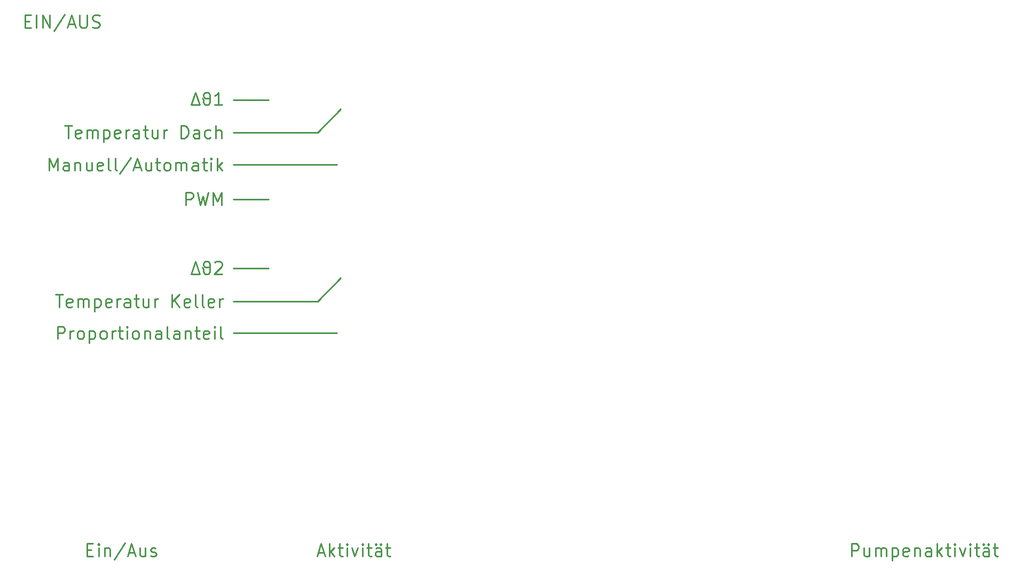
<source format=gbr>
%TF.GenerationSoftware,KiCad,Pcbnew,7.0.9*%
%TF.CreationDate,2024-04-16T23:51:44+02:00*%
%TF.ProjectId,frontplate,66726f6e-7470-46c6-9174-652e6b696361,rev?*%
%TF.SameCoordinates,Original*%
%TF.FileFunction,Legend,Top*%
%TF.FilePolarity,Positive*%
%FSLAX46Y46*%
G04 Gerber Fmt 4.6, Leading zero omitted, Abs format (unit mm)*
G04 Created by KiCad (PCBNEW 7.0.9) date 2024-04-16 23:51:44*
%MOMM*%
%LPD*%
G01*
G04 APERTURE LIST*
%ADD10C,0.250000*%
G04 APERTURE END LIST*
D10*
X95250000Y-65532000D02*
X100838000Y-65532000D01*
X95250000Y-70675500D02*
X108585000Y-70675500D01*
X108585000Y-70675500D02*
X112268000Y-66992500D01*
X95250000Y-75819000D02*
X111633000Y-75819000D01*
X95250000Y-92202000D02*
X100838000Y-92202000D01*
X95250000Y-81280000D02*
X100838000Y-81280000D01*
X108585000Y-97443000D02*
X112268000Y-93760000D01*
X95250000Y-102489000D02*
X111633000Y-102489000D01*
X95250000Y-97443000D02*
X108585000Y-97443000D01*
X67053620Y-96355238D02*
X68196477Y-96355238D01*
X67625048Y-98355238D02*
X67625048Y-96355238D01*
X69625049Y-98260000D02*
X69434573Y-98355238D01*
X69434573Y-98355238D02*
X69053620Y-98355238D01*
X69053620Y-98355238D02*
X68863144Y-98260000D01*
X68863144Y-98260000D02*
X68767906Y-98069523D01*
X68767906Y-98069523D02*
X68767906Y-97307619D01*
X68767906Y-97307619D02*
X68863144Y-97117142D01*
X68863144Y-97117142D02*
X69053620Y-97021904D01*
X69053620Y-97021904D02*
X69434573Y-97021904D01*
X69434573Y-97021904D02*
X69625049Y-97117142D01*
X69625049Y-97117142D02*
X69720287Y-97307619D01*
X69720287Y-97307619D02*
X69720287Y-97498095D01*
X69720287Y-97498095D02*
X68767906Y-97688571D01*
X70577430Y-98355238D02*
X70577430Y-97021904D01*
X70577430Y-97212380D02*
X70672668Y-97117142D01*
X70672668Y-97117142D02*
X70863144Y-97021904D01*
X70863144Y-97021904D02*
X71148859Y-97021904D01*
X71148859Y-97021904D02*
X71339335Y-97117142D01*
X71339335Y-97117142D02*
X71434573Y-97307619D01*
X71434573Y-97307619D02*
X71434573Y-98355238D01*
X71434573Y-97307619D02*
X71529811Y-97117142D01*
X71529811Y-97117142D02*
X71720287Y-97021904D01*
X71720287Y-97021904D02*
X72006001Y-97021904D01*
X72006001Y-97021904D02*
X72196478Y-97117142D01*
X72196478Y-97117142D02*
X72291716Y-97307619D01*
X72291716Y-97307619D02*
X72291716Y-98355238D01*
X73244097Y-97021904D02*
X73244097Y-99021904D01*
X73244097Y-97117142D02*
X73434573Y-97021904D01*
X73434573Y-97021904D02*
X73815526Y-97021904D01*
X73815526Y-97021904D02*
X74006002Y-97117142D01*
X74006002Y-97117142D02*
X74101240Y-97212380D01*
X74101240Y-97212380D02*
X74196478Y-97402857D01*
X74196478Y-97402857D02*
X74196478Y-97974285D01*
X74196478Y-97974285D02*
X74101240Y-98164761D01*
X74101240Y-98164761D02*
X74006002Y-98260000D01*
X74006002Y-98260000D02*
X73815526Y-98355238D01*
X73815526Y-98355238D02*
X73434573Y-98355238D01*
X73434573Y-98355238D02*
X73244097Y-98260000D01*
X75815526Y-98260000D02*
X75625050Y-98355238D01*
X75625050Y-98355238D02*
X75244097Y-98355238D01*
X75244097Y-98355238D02*
X75053621Y-98260000D01*
X75053621Y-98260000D02*
X74958383Y-98069523D01*
X74958383Y-98069523D02*
X74958383Y-97307619D01*
X74958383Y-97307619D02*
X75053621Y-97117142D01*
X75053621Y-97117142D02*
X75244097Y-97021904D01*
X75244097Y-97021904D02*
X75625050Y-97021904D01*
X75625050Y-97021904D02*
X75815526Y-97117142D01*
X75815526Y-97117142D02*
X75910764Y-97307619D01*
X75910764Y-97307619D02*
X75910764Y-97498095D01*
X75910764Y-97498095D02*
X74958383Y-97688571D01*
X76767907Y-98355238D02*
X76767907Y-97021904D01*
X76767907Y-97402857D02*
X76863145Y-97212380D01*
X76863145Y-97212380D02*
X76958383Y-97117142D01*
X76958383Y-97117142D02*
X77148859Y-97021904D01*
X77148859Y-97021904D02*
X77339336Y-97021904D01*
X78863145Y-98355238D02*
X78863145Y-97307619D01*
X78863145Y-97307619D02*
X78767907Y-97117142D01*
X78767907Y-97117142D02*
X78577431Y-97021904D01*
X78577431Y-97021904D02*
X78196478Y-97021904D01*
X78196478Y-97021904D02*
X78006002Y-97117142D01*
X78863145Y-98260000D02*
X78672669Y-98355238D01*
X78672669Y-98355238D02*
X78196478Y-98355238D01*
X78196478Y-98355238D02*
X78006002Y-98260000D01*
X78006002Y-98260000D02*
X77910764Y-98069523D01*
X77910764Y-98069523D02*
X77910764Y-97879047D01*
X77910764Y-97879047D02*
X78006002Y-97688571D01*
X78006002Y-97688571D02*
X78196478Y-97593333D01*
X78196478Y-97593333D02*
X78672669Y-97593333D01*
X78672669Y-97593333D02*
X78863145Y-97498095D01*
X79529812Y-97021904D02*
X80291716Y-97021904D01*
X79815526Y-96355238D02*
X79815526Y-98069523D01*
X79815526Y-98069523D02*
X79910764Y-98260000D01*
X79910764Y-98260000D02*
X80101240Y-98355238D01*
X80101240Y-98355238D02*
X80291716Y-98355238D01*
X81815526Y-97021904D02*
X81815526Y-98355238D01*
X80958383Y-97021904D02*
X80958383Y-98069523D01*
X80958383Y-98069523D02*
X81053621Y-98260000D01*
X81053621Y-98260000D02*
X81244097Y-98355238D01*
X81244097Y-98355238D02*
X81529812Y-98355238D01*
X81529812Y-98355238D02*
X81720288Y-98260000D01*
X81720288Y-98260000D02*
X81815526Y-98164761D01*
X82767907Y-98355238D02*
X82767907Y-97021904D01*
X82767907Y-97402857D02*
X82863145Y-97212380D01*
X82863145Y-97212380D02*
X82958383Y-97117142D01*
X82958383Y-97117142D02*
X83148859Y-97021904D01*
X83148859Y-97021904D02*
X83339336Y-97021904D01*
X85529812Y-98355238D02*
X85529812Y-96355238D01*
X86672669Y-98355238D02*
X85815526Y-97212380D01*
X86672669Y-96355238D02*
X85529812Y-97498095D01*
X88291717Y-98260000D02*
X88101241Y-98355238D01*
X88101241Y-98355238D02*
X87720288Y-98355238D01*
X87720288Y-98355238D02*
X87529812Y-98260000D01*
X87529812Y-98260000D02*
X87434574Y-98069523D01*
X87434574Y-98069523D02*
X87434574Y-97307619D01*
X87434574Y-97307619D02*
X87529812Y-97117142D01*
X87529812Y-97117142D02*
X87720288Y-97021904D01*
X87720288Y-97021904D02*
X88101241Y-97021904D01*
X88101241Y-97021904D02*
X88291717Y-97117142D01*
X88291717Y-97117142D02*
X88386955Y-97307619D01*
X88386955Y-97307619D02*
X88386955Y-97498095D01*
X88386955Y-97498095D02*
X87434574Y-97688571D01*
X89529812Y-98355238D02*
X89339336Y-98260000D01*
X89339336Y-98260000D02*
X89244098Y-98069523D01*
X89244098Y-98069523D02*
X89244098Y-96355238D01*
X90577431Y-98355238D02*
X90386955Y-98260000D01*
X90386955Y-98260000D02*
X90291717Y-98069523D01*
X90291717Y-98069523D02*
X90291717Y-96355238D01*
X92101241Y-98260000D02*
X91910765Y-98355238D01*
X91910765Y-98355238D02*
X91529812Y-98355238D01*
X91529812Y-98355238D02*
X91339336Y-98260000D01*
X91339336Y-98260000D02*
X91244098Y-98069523D01*
X91244098Y-98069523D02*
X91244098Y-97307619D01*
X91244098Y-97307619D02*
X91339336Y-97117142D01*
X91339336Y-97117142D02*
X91529812Y-97021904D01*
X91529812Y-97021904D02*
X91910765Y-97021904D01*
X91910765Y-97021904D02*
X92101241Y-97117142D01*
X92101241Y-97117142D02*
X92196479Y-97307619D01*
X92196479Y-97307619D02*
X92196479Y-97498095D01*
X92196479Y-97498095D02*
X91244098Y-97688571D01*
X93053622Y-98355238D02*
X93053622Y-97021904D01*
X93053622Y-97402857D02*
X93148860Y-97212380D01*
X93148860Y-97212380D02*
X93244098Y-97117142D01*
X93244098Y-97117142D02*
X93434574Y-97021904D01*
X93434574Y-97021904D02*
X93625051Y-97021904D01*
X67339335Y-103401238D02*
X67339335Y-101401238D01*
X67339335Y-101401238D02*
X68101240Y-101401238D01*
X68101240Y-101401238D02*
X68291716Y-101496476D01*
X68291716Y-101496476D02*
X68386954Y-101591714D01*
X68386954Y-101591714D02*
X68482192Y-101782190D01*
X68482192Y-101782190D02*
X68482192Y-102067904D01*
X68482192Y-102067904D02*
X68386954Y-102258380D01*
X68386954Y-102258380D02*
X68291716Y-102353619D01*
X68291716Y-102353619D02*
X68101240Y-102448857D01*
X68101240Y-102448857D02*
X67339335Y-102448857D01*
X69339335Y-103401238D02*
X69339335Y-102067904D01*
X69339335Y-102448857D02*
X69434573Y-102258380D01*
X69434573Y-102258380D02*
X69529811Y-102163142D01*
X69529811Y-102163142D02*
X69720287Y-102067904D01*
X69720287Y-102067904D02*
X69910764Y-102067904D01*
X70863144Y-103401238D02*
X70672668Y-103306000D01*
X70672668Y-103306000D02*
X70577430Y-103210761D01*
X70577430Y-103210761D02*
X70482192Y-103020285D01*
X70482192Y-103020285D02*
X70482192Y-102448857D01*
X70482192Y-102448857D02*
X70577430Y-102258380D01*
X70577430Y-102258380D02*
X70672668Y-102163142D01*
X70672668Y-102163142D02*
X70863144Y-102067904D01*
X70863144Y-102067904D02*
X71148859Y-102067904D01*
X71148859Y-102067904D02*
X71339335Y-102163142D01*
X71339335Y-102163142D02*
X71434573Y-102258380D01*
X71434573Y-102258380D02*
X71529811Y-102448857D01*
X71529811Y-102448857D02*
X71529811Y-103020285D01*
X71529811Y-103020285D02*
X71434573Y-103210761D01*
X71434573Y-103210761D02*
X71339335Y-103306000D01*
X71339335Y-103306000D02*
X71148859Y-103401238D01*
X71148859Y-103401238D02*
X70863144Y-103401238D01*
X72386954Y-102067904D02*
X72386954Y-104067904D01*
X72386954Y-102163142D02*
X72577430Y-102067904D01*
X72577430Y-102067904D02*
X72958383Y-102067904D01*
X72958383Y-102067904D02*
X73148859Y-102163142D01*
X73148859Y-102163142D02*
X73244097Y-102258380D01*
X73244097Y-102258380D02*
X73339335Y-102448857D01*
X73339335Y-102448857D02*
X73339335Y-103020285D01*
X73339335Y-103020285D02*
X73244097Y-103210761D01*
X73244097Y-103210761D02*
X73148859Y-103306000D01*
X73148859Y-103306000D02*
X72958383Y-103401238D01*
X72958383Y-103401238D02*
X72577430Y-103401238D01*
X72577430Y-103401238D02*
X72386954Y-103306000D01*
X74482192Y-103401238D02*
X74291716Y-103306000D01*
X74291716Y-103306000D02*
X74196478Y-103210761D01*
X74196478Y-103210761D02*
X74101240Y-103020285D01*
X74101240Y-103020285D02*
X74101240Y-102448857D01*
X74101240Y-102448857D02*
X74196478Y-102258380D01*
X74196478Y-102258380D02*
X74291716Y-102163142D01*
X74291716Y-102163142D02*
X74482192Y-102067904D01*
X74482192Y-102067904D02*
X74767907Y-102067904D01*
X74767907Y-102067904D02*
X74958383Y-102163142D01*
X74958383Y-102163142D02*
X75053621Y-102258380D01*
X75053621Y-102258380D02*
X75148859Y-102448857D01*
X75148859Y-102448857D02*
X75148859Y-103020285D01*
X75148859Y-103020285D02*
X75053621Y-103210761D01*
X75053621Y-103210761D02*
X74958383Y-103306000D01*
X74958383Y-103306000D02*
X74767907Y-103401238D01*
X74767907Y-103401238D02*
X74482192Y-103401238D01*
X76006002Y-103401238D02*
X76006002Y-102067904D01*
X76006002Y-102448857D02*
X76101240Y-102258380D01*
X76101240Y-102258380D02*
X76196478Y-102163142D01*
X76196478Y-102163142D02*
X76386954Y-102067904D01*
X76386954Y-102067904D02*
X76577431Y-102067904D01*
X76958383Y-102067904D02*
X77720287Y-102067904D01*
X77244097Y-101401238D02*
X77244097Y-103115523D01*
X77244097Y-103115523D02*
X77339335Y-103306000D01*
X77339335Y-103306000D02*
X77529811Y-103401238D01*
X77529811Y-103401238D02*
X77720287Y-103401238D01*
X78386954Y-103401238D02*
X78386954Y-102067904D01*
X78386954Y-101401238D02*
X78291716Y-101496476D01*
X78291716Y-101496476D02*
X78386954Y-101591714D01*
X78386954Y-101591714D02*
X78482192Y-101496476D01*
X78482192Y-101496476D02*
X78386954Y-101401238D01*
X78386954Y-101401238D02*
X78386954Y-101591714D01*
X79625049Y-103401238D02*
X79434573Y-103306000D01*
X79434573Y-103306000D02*
X79339335Y-103210761D01*
X79339335Y-103210761D02*
X79244097Y-103020285D01*
X79244097Y-103020285D02*
X79244097Y-102448857D01*
X79244097Y-102448857D02*
X79339335Y-102258380D01*
X79339335Y-102258380D02*
X79434573Y-102163142D01*
X79434573Y-102163142D02*
X79625049Y-102067904D01*
X79625049Y-102067904D02*
X79910764Y-102067904D01*
X79910764Y-102067904D02*
X80101240Y-102163142D01*
X80101240Y-102163142D02*
X80196478Y-102258380D01*
X80196478Y-102258380D02*
X80291716Y-102448857D01*
X80291716Y-102448857D02*
X80291716Y-103020285D01*
X80291716Y-103020285D02*
X80196478Y-103210761D01*
X80196478Y-103210761D02*
X80101240Y-103306000D01*
X80101240Y-103306000D02*
X79910764Y-103401238D01*
X79910764Y-103401238D02*
X79625049Y-103401238D01*
X81148859Y-102067904D02*
X81148859Y-103401238D01*
X81148859Y-102258380D02*
X81244097Y-102163142D01*
X81244097Y-102163142D02*
X81434573Y-102067904D01*
X81434573Y-102067904D02*
X81720288Y-102067904D01*
X81720288Y-102067904D02*
X81910764Y-102163142D01*
X81910764Y-102163142D02*
X82006002Y-102353619D01*
X82006002Y-102353619D02*
X82006002Y-103401238D01*
X83815526Y-103401238D02*
X83815526Y-102353619D01*
X83815526Y-102353619D02*
X83720288Y-102163142D01*
X83720288Y-102163142D02*
X83529812Y-102067904D01*
X83529812Y-102067904D02*
X83148859Y-102067904D01*
X83148859Y-102067904D02*
X82958383Y-102163142D01*
X83815526Y-103306000D02*
X83625050Y-103401238D01*
X83625050Y-103401238D02*
X83148859Y-103401238D01*
X83148859Y-103401238D02*
X82958383Y-103306000D01*
X82958383Y-103306000D02*
X82863145Y-103115523D01*
X82863145Y-103115523D02*
X82863145Y-102925047D01*
X82863145Y-102925047D02*
X82958383Y-102734571D01*
X82958383Y-102734571D02*
X83148859Y-102639333D01*
X83148859Y-102639333D02*
X83625050Y-102639333D01*
X83625050Y-102639333D02*
X83815526Y-102544095D01*
X85053621Y-103401238D02*
X84863145Y-103306000D01*
X84863145Y-103306000D02*
X84767907Y-103115523D01*
X84767907Y-103115523D02*
X84767907Y-101401238D01*
X86672669Y-103401238D02*
X86672669Y-102353619D01*
X86672669Y-102353619D02*
X86577431Y-102163142D01*
X86577431Y-102163142D02*
X86386955Y-102067904D01*
X86386955Y-102067904D02*
X86006002Y-102067904D01*
X86006002Y-102067904D02*
X85815526Y-102163142D01*
X86672669Y-103306000D02*
X86482193Y-103401238D01*
X86482193Y-103401238D02*
X86006002Y-103401238D01*
X86006002Y-103401238D02*
X85815526Y-103306000D01*
X85815526Y-103306000D02*
X85720288Y-103115523D01*
X85720288Y-103115523D02*
X85720288Y-102925047D01*
X85720288Y-102925047D02*
X85815526Y-102734571D01*
X85815526Y-102734571D02*
X86006002Y-102639333D01*
X86006002Y-102639333D02*
X86482193Y-102639333D01*
X86482193Y-102639333D02*
X86672669Y-102544095D01*
X87625050Y-102067904D02*
X87625050Y-103401238D01*
X87625050Y-102258380D02*
X87720288Y-102163142D01*
X87720288Y-102163142D02*
X87910764Y-102067904D01*
X87910764Y-102067904D02*
X88196479Y-102067904D01*
X88196479Y-102067904D02*
X88386955Y-102163142D01*
X88386955Y-102163142D02*
X88482193Y-102353619D01*
X88482193Y-102353619D02*
X88482193Y-103401238D01*
X89148860Y-102067904D02*
X89910764Y-102067904D01*
X89434574Y-101401238D02*
X89434574Y-103115523D01*
X89434574Y-103115523D02*
X89529812Y-103306000D01*
X89529812Y-103306000D02*
X89720288Y-103401238D01*
X89720288Y-103401238D02*
X89910764Y-103401238D01*
X91339336Y-103306000D02*
X91148860Y-103401238D01*
X91148860Y-103401238D02*
X90767907Y-103401238D01*
X90767907Y-103401238D02*
X90577431Y-103306000D01*
X90577431Y-103306000D02*
X90482193Y-103115523D01*
X90482193Y-103115523D02*
X90482193Y-102353619D01*
X90482193Y-102353619D02*
X90577431Y-102163142D01*
X90577431Y-102163142D02*
X90767907Y-102067904D01*
X90767907Y-102067904D02*
X91148860Y-102067904D01*
X91148860Y-102067904D02*
X91339336Y-102163142D01*
X91339336Y-102163142D02*
X91434574Y-102353619D01*
X91434574Y-102353619D02*
X91434574Y-102544095D01*
X91434574Y-102544095D02*
X90482193Y-102734571D01*
X92291717Y-103401238D02*
X92291717Y-102067904D01*
X92291717Y-101401238D02*
X92196479Y-101496476D01*
X92196479Y-101496476D02*
X92291717Y-101591714D01*
X92291717Y-101591714D02*
X92386955Y-101496476D01*
X92386955Y-101496476D02*
X92291717Y-101401238D01*
X92291717Y-101401238D02*
X92291717Y-101591714D01*
X93529812Y-103401238D02*
X93339336Y-103306000D01*
X93339336Y-103306000D02*
X93244098Y-103115523D01*
X93244098Y-103115523D02*
X93244098Y-101401238D01*
X62224857Y-53054619D02*
X62891524Y-53054619D01*
X63177238Y-54102238D02*
X62224857Y-54102238D01*
X62224857Y-54102238D02*
X62224857Y-52102238D01*
X62224857Y-52102238D02*
X63177238Y-52102238D01*
X64034381Y-54102238D02*
X64034381Y-52102238D01*
X64986762Y-54102238D02*
X64986762Y-52102238D01*
X64986762Y-52102238D02*
X66129619Y-54102238D01*
X66129619Y-54102238D02*
X66129619Y-52102238D01*
X68510571Y-52007000D02*
X66796286Y-54578428D01*
X69082000Y-53530809D02*
X70034381Y-53530809D01*
X68891524Y-54102238D02*
X69558190Y-52102238D01*
X69558190Y-52102238D02*
X70224857Y-54102238D01*
X70891524Y-52102238D02*
X70891524Y-53721285D01*
X70891524Y-53721285D02*
X70986762Y-53911761D01*
X70986762Y-53911761D02*
X71082000Y-54007000D01*
X71082000Y-54007000D02*
X71272476Y-54102238D01*
X71272476Y-54102238D02*
X71653429Y-54102238D01*
X71653429Y-54102238D02*
X71843905Y-54007000D01*
X71843905Y-54007000D02*
X71939143Y-53911761D01*
X71939143Y-53911761D02*
X72034381Y-53721285D01*
X72034381Y-53721285D02*
X72034381Y-52102238D01*
X72891524Y-54007000D02*
X73177238Y-54102238D01*
X73177238Y-54102238D02*
X73653429Y-54102238D01*
X73653429Y-54102238D02*
X73843905Y-54007000D01*
X73843905Y-54007000D02*
X73939143Y-53911761D01*
X73939143Y-53911761D02*
X74034381Y-53721285D01*
X74034381Y-53721285D02*
X74034381Y-53530809D01*
X74034381Y-53530809D02*
X73939143Y-53340333D01*
X73939143Y-53340333D02*
X73843905Y-53245095D01*
X73843905Y-53245095D02*
X73653429Y-53149857D01*
X73653429Y-53149857D02*
X73272476Y-53054619D01*
X73272476Y-53054619D02*
X73082000Y-52959380D01*
X73082000Y-52959380D02*
X72986762Y-52864142D01*
X72986762Y-52864142D02*
X72891524Y-52673666D01*
X72891524Y-52673666D02*
X72891524Y-52483190D01*
X72891524Y-52483190D02*
X72986762Y-52292714D01*
X72986762Y-52292714D02*
X73082000Y-52197476D01*
X73082000Y-52197476D02*
X73272476Y-52102238D01*
X73272476Y-52102238D02*
X73748667Y-52102238D01*
X73748667Y-52102238D02*
X74034381Y-52197476D01*
X66006001Y-76731238D02*
X66006001Y-74731238D01*
X66006001Y-74731238D02*
X66672668Y-76159809D01*
X66672668Y-76159809D02*
X67339334Y-74731238D01*
X67339334Y-74731238D02*
X67339334Y-76731238D01*
X69148858Y-76731238D02*
X69148858Y-75683619D01*
X69148858Y-75683619D02*
X69053620Y-75493142D01*
X69053620Y-75493142D02*
X68863144Y-75397904D01*
X68863144Y-75397904D02*
X68482191Y-75397904D01*
X68482191Y-75397904D02*
X68291715Y-75493142D01*
X69148858Y-76636000D02*
X68958382Y-76731238D01*
X68958382Y-76731238D02*
X68482191Y-76731238D01*
X68482191Y-76731238D02*
X68291715Y-76636000D01*
X68291715Y-76636000D02*
X68196477Y-76445523D01*
X68196477Y-76445523D02*
X68196477Y-76255047D01*
X68196477Y-76255047D02*
X68291715Y-76064571D01*
X68291715Y-76064571D02*
X68482191Y-75969333D01*
X68482191Y-75969333D02*
X68958382Y-75969333D01*
X68958382Y-75969333D02*
X69148858Y-75874095D01*
X70101239Y-75397904D02*
X70101239Y-76731238D01*
X70101239Y-75588380D02*
X70196477Y-75493142D01*
X70196477Y-75493142D02*
X70386953Y-75397904D01*
X70386953Y-75397904D02*
X70672668Y-75397904D01*
X70672668Y-75397904D02*
X70863144Y-75493142D01*
X70863144Y-75493142D02*
X70958382Y-75683619D01*
X70958382Y-75683619D02*
X70958382Y-76731238D01*
X72767906Y-75397904D02*
X72767906Y-76731238D01*
X71910763Y-75397904D02*
X71910763Y-76445523D01*
X71910763Y-76445523D02*
X72006001Y-76636000D01*
X72006001Y-76636000D02*
X72196477Y-76731238D01*
X72196477Y-76731238D02*
X72482192Y-76731238D01*
X72482192Y-76731238D02*
X72672668Y-76636000D01*
X72672668Y-76636000D02*
X72767906Y-76540761D01*
X74482192Y-76636000D02*
X74291716Y-76731238D01*
X74291716Y-76731238D02*
X73910763Y-76731238D01*
X73910763Y-76731238D02*
X73720287Y-76636000D01*
X73720287Y-76636000D02*
X73625049Y-76445523D01*
X73625049Y-76445523D02*
X73625049Y-75683619D01*
X73625049Y-75683619D02*
X73720287Y-75493142D01*
X73720287Y-75493142D02*
X73910763Y-75397904D01*
X73910763Y-75397904D02*
X74291716Y-75397904D01*
X74291716Y-75397904D02*
X74482192Y-75493142D01*
X74482192Y-75493142D02*
X74577430Y-75683619D01*
X74577430Y-75683619D02*
X74577430Y-75874095D01*
X74577430Y-75874095D02*
X73625049Y-76064571D01*
X75720287Y-76731238D02*
X75529811Y-76636000D01*
X75529811Y-76636000D02*
X75434573Y-76445523D01*
X75434573Y-76445523D02*
X75434573Y-74731238D01*
X76767906Y-76731238D02*
X76577430Y-76636000D01*
X76577430Y-76636000D02*
X76482192Y-76445523D01*
X76482192Y-76445523D02*
X76482192Y-74731238D01*
X78958382Y-74636000D02*
X77244097Y-77207428D01*
X79529811Y-76159809D02*
X80482192Y-76159809D01*
X79339335Y-76731238D02*
X80006001Y-74731238D01*
X80006001Y-74731238D02*
X80672668Y-76731238D01*
X82196478Y-75397904D02*
X82196478Y-76731238D01*
X81339335Y-75397904D02*
X81339335Y-76445523D01*
X81339335Y-76445523D02*
X81434573Y-76636000D01*
X81434573Y-76636000D02*
X81625049Y-76731238D01*
X81625049Y-76731238D02*
X81910764Y-76731238D01*
X81910764Y-76731238D02*
X82101240Y-76636000D01*
X82101240Y-76636000D02*
X82196478Y-76540761D01*
X82863145Y-75397904D02*
X83625049Y-75397904D01*
X83148859Y-74731238D02*
X83148859Y-76445523D01*
X83148859Y-76445523D02*
X83244097Y-76636000D01*
X83244097Y-76636000D02*
X83434573Y-76731238D01*
X83434573Y-76731238D02*
X83625049Y-76731238D01*
X84577430Y-76731238D02*
X84386954Y-76636000D01*
X84386954Y-76636000D02*
X84291716Y-76540761D01*
X84291716Y-76540761D02*
X84196478Y-76350285D01*
X84196478Y-76350285D02*
X84196478Y-75778857D01*
X84196478Y-75778857D02*
X84291716Y-75588380D01*
X84291716Y-75588380D02*
X84386954Y-75493142D01*
X84386954Y-75493142D02*
X84577430Y-75397904D01*
X84577430Y-75397904D02*
X84863145Y-75397904D01*
X84863145Y-75397904D02*
X85053621Y-75493142D01*
X85053621Y-75493142D02*
X85148859Y-75588380D01*
X85148859Y-75588380D02*
X85244097Y-75778857D01*
X85244097Y-75778857D02*
X85244097Y-76350285D01*
X85244097Y-76350285D02*
X85148859Y-76540761D01*
X85148859Y-76540761D02*
X85053621Y-76636000D01*
X85053621Y-76636000D02*
X84863145Y-76731238D01*
X84863145Y-76731238D02*
X84577430Y-76731238D01*
X86101240Y-76731238D02*
X86101240Y-75397904D01*
X86101240Y-75588380D02*
X86196478Y-75493142D01*
X86196478Y-75493142D02*
X86386954Y-75397904D01*
X86386954Y-75397904D02*
X86672669Y-75397904D01*
X86672669Y-75397904D02*
X86863145Y-75493142D01*
X86863145Y-75493142D02*
X86958383Y-75683619D01*
X86958383Y-75683619D02*
X86958383Y-76731238D01*
X86958383Y-75683619D02*
X87053621Y-75493142D01*
X87053621Y-75493142D02*
X87244097Y-75397904D01*
X87244097Y-75397904D02*
X87529811Y-75397904D01*
X87529811Y-75397904D02*
X87720288Y-75493142D01*
X87720288Y-75493142D02*
X87815526Y-75683619D01*
X87815526Y-75683619D02*
X87815526Y-76731238D01*
X89625050Y-76731238D02*
X89625050Y-75683619D01*
X89625050Y-75683619D02*
X89529812Y-75493142D01*
X89529812Y-75493142D02*
X89339336Y-75397904D01*
X89339336Y-75397904D02*
X88958383Y-75397904D01*
X88958383Y-75397904D02*
X88767907Y-75493142D01*
X89625050Y-76636000D02*
X89434574Y-76731238D01*
X89434574Y-76731238D02*
X88958383Y-76731238D01*
X88958383Y-76731238D02*
X88767907Y-76636000D01*
X88767907Y-76636000D02*
X88672669Y-76445523D01*
X88672669Y-76445523D02*
X88672669Y-76255047D01*
X88672669Y-76255047D02*
X88767907Y-76064571D01*
X88767907Y-76064571D02*
X88958383Y-75969333D01*
X88958383Y-75969333D02*
X89434574Y-75969333D01*
X89434574Y-75969333D02*
X89625050Y-75874095D01*
X90291717Y-75397904D02*
X91053621Y-75397904D01*
X90577431Y-74731238D02*
X90577431Y-76445523D01*
X90577431Y-76445523D02*
X90672669Y-76636000D01*
X90672669Y-76636000D02*
X90863145Y-76731238D01*
X90863145Y-76731238D02*
X91053621Y-76731238D01*
X91720288Y-76731238D02*
X91720288Y-75397904D01*
X91720288Y-74731238D02*
X91625050Y-74826476D01*
X91625050Y-74826476D02*
X91720288Y-74921714D01*
X91720288Y-74921714D02*
X91815526Y-74826476D01*
X91815526Y-74826476D02*
X91720288Y-74731238D01*
X91720288Y-74731238D02*
X91720288Y-74921714D01*
X92672669Y-76731238D02*
X92672669Y-74731238D01*
X92863145Y-75969333D02*
X93434574Y-76731238D01*
X93434574Y-75397904D02*
X92672669Y-76159809D01*
X88577431Y-66321738D02*
X89244097Y-64321738D01*
X89244097Y-64321738D02*
X89910764Y-66321738D01*
X89910764Y-66321738D02*
X88577431Y-66321738D01*
X90291717Y-65274119D02*
X90386955Y-65369357D01*
X90386955Y-65369357D02*
X90482193Y-65559833D01*
X90482193Y-65559833D02*
X90482193Y-65845547D01*
X90482193Y-65845547D02*
X90577431Y-66131261D01*
X90577431Y-66131261D02*
X90672669Y-66226500D01*
X90672669Y-66226500D02*
X90863145Y-66321738D01*
X90863145Y-66321738D02*
X91148860Y-66321738D01*
X91148860Y-66321738D02*
X91339336Y-66226500D01*
X91339336Y-66226500D02*
X91434574Y-66131261D01*
X91434574Y-66131261D02*
X91529812Y-65845547D01*
X91529812Y-65845547D02*
X91529812Y-64797928D01*
X91529812Y-64797928D02*
X91434574Y-64512214D01*
X91434574Y-64512214D02*
X91339336Y-64416976D01*
X91339336Y-64416976D02*
X91148860Y-64321738D01*
X91148860Y-64321738D02*
X90863145Y-64321738D01*
X90863145Y-64321738D02*
X90672669Y-64416976D01*
X90672669Y-64416976D02*
X90577431Y-64512214D01*
X90577431Y-64512214D02*
X90482193Y-64702690D01*
X90482193Y-64702690D02*
X90482193Y-64893166D01*
X90482193Y-64893166D02*
X90577431Y-65083642D01*
X90577431Y-65083642D02*
X90672669Y-65178880D01*
X90672669Y-65178880D02*
X90863145Y-65274119D01*
X90863145Y-65274119D02*
X91529812Y-65274119D01*
X93434574Y-66321738D02*
X92291717Y-66321738D01*
X92863145Y-66321738D02*
X92863145Y-64321738D01*
X92863145Y-64321738D02*
X92672669Y-64607452D01*
X92672669Y-64607452D02*
X92482193Y-64797928D01*
X92482193Y-64797928D02*
X92291717Y-64893166D01*
X68482191Y-69587738D02*
X69625048Y-69587738D01*
X69053619Y-71587738D02*
X69053619Y-69587738D01*
X71053620Y-71492500D02*
X70863144Y-71587738D01*
X70863144Y-71587738D02*
X70482191Y-71587738D01*
X70482191Y-71587738D02*
X70291715Y-71492500D01*
X70291715Y-71492500D02*
X70196477Y-71302023D01*
X70196477Y-71302023D02*
X70196477Y-70540119D01*
X70196477Y-70540119D02*
X70291715Y-70349642D01*
X70291715Y-70349642D02*
X70482191Y-70254404D01*
X70482191Y-70254404D02*
X70863144Y-70254404D01*
X70863144Y-70254404D02*
X71053620Y-70349642D01*
X71053620Y-70349642D02*
X71148858Y-70540119D01*
X71148858Y-70540119D02*
X71148858Y-70730595D01*
X71148858Y-70730595D02*
X70196477Y-70921071D01*
X72006001Y-71587738D02*
X72006001Y-70254404D01*
X72006001Y-70444880D02*
X72101239Y-70349642D01*
X72101239Y-70349642D02*
X72291715Y-70254404D01*
X72291715Y-70254404D02*
X72577430Y-70254404D01*
X72577430Y-70254404D02*
X72767906Y-70349642D01*
X72767906Y-70349642D02*
X72863144Y-70540119D01*
X72863144Y-70540119D02*
X72863144Y-71587738D01*
X72863144Y-70540119D02*
X72958382Y-70349642D01*
X72958382Y-70349642D02*
X73148858Y-70254404D01*
X73148858Y-70254404D02*
X73434572Y-70254404D01*
X73434572Y-70254404D02*
X73625049Y-70349642D01*
X73625049Y-70349642D02*
X73720287Y-70540119D01*
X73720287Y-70540119D02*
X73720287Y-71587738D01*
X74672668Y-70254404D02*
X74672668Y-72254404D01*
X74672668Y-70349642D02*
X74863144Y-70254404D01*
X74863144Y-70254404D02*
X75244097Y-70254404D01*
X75244097Y-70254404D02*
X75434573Y-70349642D01*
X75434573Y-70349642D02*
X75529811Y-70444880D01*
X75529811Y-70444880D02*
X75625049Y-70635357D01*
X75625049Y-70635357D02*
X75625049Y-71206785D01*
X75625049Y-71206785D02*
X75529811Y-71397261D01*
X75529811Y-71397261D02*
X75434573Y-71492500D01*
X75434573Y-71492500D02*
X75244097Y-71587738D01*
X75244097Y-71587738D02*
X74863144Y-71587738D01*
X74863144Y-71587738D02*
X74672668Y-71492500D01*
X77244097Y-71492500D02*
X77053621Y-71587738D01*
X77053621Y-71587738D02*
X76672668Y-71587738D01*
X76672668Y-71587738D02*
X76482192Y-71492500D01*
X76482192Y-71492500D02*
X76386954Y-71302023D01*
X76386954Y-71302023D02*
X76386954Y-70540119D01*
X76386954Y-70540119D02*
X76482192Y-70349642D01*
X76482192Y-70349642D02*
X76672668Y-70254404D01*
X76672668Y-70254404D02*
X77053621Y-70254404D01*
X77053621Y-70254404D02*
X77244097Y-70349642D01*
X77244097Y-70349642D02*
X77339335Y-70540119D01*
X77339335Y-70540119D02*
X77339335Y-70730595D01*
X77339335Y-70730595D02*
X76386954Y-70921071D01*
X78196478Y-71587738D02*
X78196478Y-70254404D01*
X78196478Y-70635357D02*
X78291716Y-70444880D01*
X78291716Y-70444880D02*
X78386954Y-70349642D01*
X78386954Y-70349642D02*
X78577430Y-70254404D01*
X78577430Y-70254404D02*
X78767907Y-70254404D01*
X80291716Y-71587738D02*
X80291716Y-70540119D01*
X80291716Y-70540119D02*
X80196478Y-70349642D01*
X80196478Y-70349642D02*
X80006002Y-70254404D01*
X80006002Y-70254404D02*
X79625049Y-70254404D01*
X79625049Y-70254404D02*
X79434573Y-70349642D01*
X80291716Y-71492500D02*
X80101240Y-71587738D01*
X80101240Y-71587738D02*
X79625049Y-71587738D01*
X79625049Y-71587738D02*
X79434573Y-71492500D01*
X79434573Y-71492500D02*
X79339335Y-71302023D01*
X79339335Y-71302023D02*
X79339335Y-71111547D01*
X79339335Y-71111547D02*
X79434573Y-70921071D01*
X79434573Y-70921071D02*
X79625049Y-70825833D01*
X79625049Y-70825833D02*
X80101240Y-70825833D01*
X80101240Y-70825833D02*
X80291716Y-70730595D01*
X80958383Y-70254404D02*
X81720287Y-70254404D01*
X81244097Y-69587738D02*
X81244097Y-71302023D01*
X81244097Y-71302023D02*
X81339335Y-71492500D01*
X81339335Y-71492500D02*
X81529811Y-71587738D01*
X81529811Y-71587738D02*
X81720287Y-71587738D01*
X83244097Y-70254404D02*
X83244097Y-71587738D01*
X82386954Y-70254404D02*
X82386954Y-71302023D01*
X82386954Y-71302023D02*
X82482192Y-71492500D01*
X82482192Y-71492500D02*
X82672668Y-71587738D01*
X82672668Y-71587738D02*
X82958383Y-71587738D01*
X82958383Y-71587738D02*
X83148859Y-71492500D01*
X83148859Y-71492500D02*
X83244097Y-71397261D01*
X84196478Y-71587738D02*
X84196478Y-70254404D01*
X84196478Y-70635357D02*
X84291716Y-70444880D01*
X84291716Y-70444880D02*
X84386954Y-70349642D01*
X84386954Y-70349642D02*
X84577430Y-70254404D01*
X84577430Y-70254404D02*
X84767907Y-70254404D01*
X86958383Y-71587738D02*
X86958383Y-69587738D01*
X86958383Y-69587738D02*
X87434573Y-69587738D01*
X87434573Y-69587738D02*
X87720288Y-69682976D01*
X87720288Y-69682976D02*
X87910764Y-69873452D01*
X87910764Y-69873452D02*
X88006002Y-70063928D01*
X88006002Y-70063928D02*
X88101240Y-70444880D01*
X88101240Y-70444880D02*
X88101240Y-70730595D01*
X88101240Y-70730595D02*
X88006002Y-71111547D01*
X88006002Y-71111547D02*
X87910764Y-71302023D01*
X87910764Y-71302023D02*
X87720288Y-71492500D01*
X87720288Y-71492500D02*
X87434573Y-71587738D01*
X87434573Y-71587738D02*
X86958383Y-71587738D01*
X89815526Y-71587738D02*
X89815526Y-70540119D01*
X89815526Y-70540119D02*
X89720288Y-70349642D01*
X89720288Y-70349642D02*
X89529812Y-70254404D01*
X89529812Y-70254404D02*
X89148859Y-70254404D01*
X89148859Y-70254404D02*
X88958383Y-70349642D01*
X89815526Y-71492500D02*
X89625050Y-71587738D01*
X89625050Y-71587738D02*
X89148859Y-71587738D01*
X89148859Y-71587738D02*
X88958383Y-71492500D01*
X88958383Y-71492500D02*
X88863145Y-71302023D01*
X88863145Y-71302023D02*
X88863145Y-71111547D01*
X88863145Y-71111547D02*
X88958383Y-70921071D01*
X88958383Y-70921071D02*
X89148859Y-70825833D01*
X89148859Y-70825833D02*
X89625050Y-70825833D01*
X89625050Y-70825833D02*
X89815526Y-70730595D01*
X91625050Y-71492500D02*
X91434574Y-71587738D01*
X91434574Y-71587738D02*
X91053621Y-71587738D01*
X91053621Y-71587738D02*
X90863145Y-71492500D01*
X90863145Y-71492500D02*
X90767907Y-71397261D01*
X90767907Y-71397261D02*
X90672669Y-71206785D01*
X90672669Y-71206785D02*
X90672669Y-70635357D01*
X90672669Y-70635357D02*
X90767907Y-70444880D01*
X90767907Y-70444880D02*
X90863145Y-70349642D01*
X90863145Y-70349642D02*
X91053621Y-70254404D01*
X91053621Y-70254404D02*
X91434574Y-70254404D01*
X91434574Y-70254404D02*
X91625050Y-70349642D01*
X92482193Y-71587738D02*
X92482193Y-69587738D01*
X93339336Y-71587738D02*
X93339336Y-70540119D01*
X93339336Y-70540119D02*
X93244098Y-70349642D01*
X93244098Y-70349642D02*
X93053622Y-70254404D01*
X93053622Y-70254404D02*
X92767907Y-70254404D01*
X92767907Y-70254404D02*
X92577431Y-70349642D01*
X92577431Y-70349642D02*
X92482193Y-70444880D01*
X88577431Y-93114238D02*
X89244097Y-91114238D01*
X89244097Y-91114238D02*
X89910764Y-93114238D01*
X89910764Y-93114238D02*
X88577431Y-93114238D01*
X90291717Y-92066619D02*
X90386955Y-92161857D01*
X90386955Y-92161857D02*
X90482193Y-92352333D01*
X90482193Y-92352333D02*
X90482193Y-92638047D01*
X90482193Y-92638047D02*
X90577431Y-92923761D01*
X90577431Y-92923761D02*
X90672669Y-93019000D01*
X90672669Y-93019000D02*
X90863145Y-93114238D01*
X90863145Y-93114238D02*
X91148860Y-93114238D01*
X91148860Y-93114238D02*
X91339336Y-93019000D01*
X91339336Y-93019000D02*
X91434574Y-92923761D01*
X91434574Y-92923761D02*
X91529812Y-92638047D01*
X91529812Y-92638047D02*
X91529812Y-91590428D01*
X91529812Y-91590428D02*
X91434574Y-91304714D01*
X91434574Y-91304714D02*
X91339336Y-91209476D01*
X91339336Y-91209476D02*
X91148860Y-91114238D01*
X91148860Y-91114238D02*
X90863145Y-91114238D01*
X90863145Y-91114238D02*
X90672669Y-91209476D01*
X90672669Y-91209476D02*
X90577431Y-91304714D01*
X90577431Y-91304714D02*
X90482193Y-91495190D01*
X90482193Y-91495190D02*
X90482193Y-91685666D01*
X90482193Y-91685666D02*
X90577431Y-91876142D01*
X90577431Y-91876142D02*
X90672669Y-91971380D01*
X90672669Y-91971380D02*
X90863145Y-92066619D01*
X90863145Y-92066619D02*
X91529812Y-92066619D01*
X92291717Y-91304714D02*
X92386955Y-91209476D01*
X92386955Y-91209476D02*
X92577431Y-91114238D01*
X92577431Y-91114238D02*
X93053622Y-91114238D01*
X93053622Y-91114238D02*
X93244098Y-91209476D01*
X93244098Y-91209476D02*
X93339336Y-91304714D01*
X93339336Y-91304714D02*
X93434574Y-91495190D01*
X93434574Y-91495190D02*
X93434574Y-91685666D01*
X93434574Y-91685666D02*
X93339336Y-91971380D01*
X93339336Y-91971380D02*
X92196479Y-93114238D01*
X92196479Y-93114238D02*
X93434574Y-93114238D01*
X108680952Y-137269809D02*
X109633333Y-137269809D01*
X108490476Y-137841238D02*
X109157142Y-135841238D01*
X109157142Y-135841238D02*
X109823809Y-137841238D01*
X110490476Y-137841238D02*
X110490476Y-135841238D01*
X110680952Y-137079333D02*
X111252381Y-137841238D01*
X111252381Y-136507904D02*
X110490476Y-137269809D01*
X111823810Y-136507904D02*
X112585714Y-136507904D01*
X112109524Y-135841238D02*
X112109524Y-137555523D01*
X112109524Y-137555523D02*
X112204762Y-137746000D01*
X112204762Y-137746000D02*
X112395238Y-137841238D01*
X112395238Y-137841238D02*
X112585714Y-137841238D01*
X113252381Y-137841238D02*
X113252381Y-136507904D01*
X113252381Y-135841238D02*
X113157143Y-135936476D01*
X113157143Y-135936476D02*
X113252381Y-136031714D01*
X113252381Y-136031714D02*
X113347619Y-135936476D01*
X113347619Y-135936476D02*
X113252381Y-135841238D01*
X113252381Y-135841238D02*
X113252381Y-136031714D01*
X114014286Y-136507904D02*
X114490476Y-137841238D01*
X114490476Y-137841238D02*
X114966667Y-136507904D01*
X115728572Y-137841238D02*
X115728572Y-136507904D01*
X115728572Y-135841238D02*
X115633334Y-135936476D01*
X115633334Y-135936476D02*
X115728572Y-136031714D01*
X115728572Y-136031714D02*
X115823810Y-135936476D01*
X115823810Y-135936476D02*
X115728572Y-135841238D01*
X115728572Y-135841238D02*
X115728572Y-136031714D01*
X116395239Y-136507904D02*
X117157143Y-136507904D01*
X116680953Y-135841238D02*
X116680953Y-137555523D01*
X116680953Y-137555523D02*
X116776191Y-137746000D01*
X116776191Y-137746000D02*
X116966667Y-137841238D01*
X116966667Y-137841238D02*
X117157143Y-137841238D01*
X118680953Y-137841238D02*
X118680953Y-136793619D01*
X118680953Y-136793619D02*
X118585715Y-136603142D01*
X118585715Y-136603142D02*
X118395239Y-136507904D01*
X118395239Y-136507904D02*
X118014286Y-136507904D01*
X118014286Y-136507904D02*
X117823810Y-136603142D01*
X118680953Y-137746000D02*
X118490477Y-137841238D01*
X118490477Y-137841238D02*
X118014286Y-137841238D01*
X118014286Y-137841238D02*
X117823810Y-137746000D01*
X117823810Y-137746000D02*
X117728572Y-137555523D01*
X117728572Y-137555523D02*
X117728572Y-137365047D01*
X117728572Y-137365047D02*
X117823810Y-137174571D01*
X117823810Y-137174571D02*
X118014286Y-137079333D01*
X118014286Y-137079333D02*
X118490477Y-137079333D01*
X118490477Y-137079333D02*
X118680953Y-136984095D01*
X117823810Y-135841238D02*
X117919048Y-135936476D01*
X117919048Y-135936476D02*
X117823810Y-136031714D01*
X117823810Y-136031714D02*
X117728572Y-135936476D01*
X117728572Y-135936476D02*
X117823810Y-135841238D01*
X117823810Y-135841238D02*
X117823810Y-136031714D01*
X118585715Y-135841238D02*
X118680953Y-135936476D01*
X118680953Y-135936476D02*
X118585715Y-136031714D01*
X118585715Y-136031714D02*
X118490477Y-135936476D01*
X118490477Y-135936476D02*
X118585715Y-135841238D01*
X118585715Y-135841238D02*
X118585715Y-136031714D01*
X119347620Y-136507904D02*
X120109524Y-136507904D01*
X119633334Y-135841238D02*
X119633334Y-137555523D01*
X119633334Y-137555523D02*
X119728572Y-137746000D01*
X119728572Y-137746000D02*
X119919048Y-137841238D01*
X119919048Y-137841238D02*
X120109524Y-137841238D01*
X193247808Y-137841238D02*
X193247808Y-135841238D01*
X193247808Y-135841238D02*
X194009713Y-135841238D01*
X194009713Y-135841238D02*
X194200189Y-135936476D01*
X194200189Y-135936476D02*
X194295427Y-136031714D01*
X194295427Y-136031714D02*
X194390665Y-136222190D01*
X194390665Y-136222190D02*
X194390665Y-136507904D01*
X194390665Y-136507904D02*
X194295427Y-136698380D01*
X194295427Y-136698380D02*
X194200189Y-136793619D01*
X194200189Y-136793619D02*
X194009713Y-136888857D01*
X194009713Y-136888857D02*
X193247808Y-136888857D01*
X196104951Y-136507904D02*
X196104951Y-137841238D01*
X195247808Y-136507904D02*
X195247808Y-137555523D01*
X195247808Y-137555523D02*
X195343046Y-137746000D01*
X195343046Y-137746000D02*
X195533522Y-137841238D01*
X195533522Y-137841238D02*
X195819237Y-137841238D01*
X195819237Y-137841238D02*
X196009713Y-137746000D01*
X196009713Y-137746000D02*
X196104951Y-137650761D01*
X197057332Y-137841238D02*
X197057332Y-136507904D01*
X197057332Y-136698380D02*
X197152570Y-136603142D01*
X197152570Y-136603142D02*
X197343046Y-136507904D01*
X197343046Y-136507904D02*
X197628761Y-136507904D01*
X197628761Y-136507904D02*
X197819237Y-136603142D01*
X197819237Y-136603142D02*
X197914475Y-136793619D01*
X197914475Y-136793619D02*
X197914475Y-137841238D01*
X197914475Y-136793619D02*
X198009713Y-136603142D01*
X198009713Y-136603142D02*
X198200189Y-136507904D01*
X198200189Y-136507904D02*
X198485903Y-136507904D01*
X198485903Y-136507904D02*
X198676380Y-136603142D01*
X198676380Y-136603142D02*
X198771618Y-136793619D01*
X198771618Y-136793619D02*
X198771618Y-137841238D01*
X199723999Y-136507904D02*
X199723999Y-138507904D01*
X199723999Y-136603142D02*
X199914475Y-136507904D01*
X199914475Y-136507904D02*
X200295428Y-136507904D01*
X200295428Y-136507904D02*
X200485904Y-136603142D01*
X200485904Y-136603142D02*
X200581142Y-136698380D01*
X200581142Y-136698380D02*
X200676380Y-136888857D01*
X200676380Y-136888857D02*
X200676380Y-137460285D01*
X200676380Y-137460285D02*
X200581142Y-137650761D01*
X200581142Y-137650761D02*
X200485904Y-137746000D01*
X200485904Y-137746000D02*
X200295428Y-137841238D01*
X200295428Y-137841238D02*
X199914475Y-137841238D01*
X199914475Y-137841238D02*
X199723999Y-137746000D01*
X202295428Y-137746000D02*
X202104952Y-137841238D01*
X202104952Y-137841238D02*
X201723999Y-137841238D01*
X201723999Y-137841238D02*
X201533523Y-137746000D01*
X201533523Y-137746000D02*
X201438285Y-137555523D01*
X201438285Y-137555523D02*
X201438285Y-136793619D01*
X201438285Y-136793619D02*
X201533523Y-136603142D01*
X201533523Y-136603142D02*
X201723999Y-136507904D01*
X201723999Y-136507904D02*
X202104952Y-136507904D01*
X202104952Y-136507904D02*
X202295428Y-136603142D01*
X202295428Y-136603142D02*
X202390666Y-136793619D01*
X202390666Y-136793619D02*
X202390666Y-136984095D01*
X202390666Y-136984095D02*
X201438285Y-137174571D01*
X203247809Y-136507904D02*
X203247809Y-137841238D01*
X203247809Y-136698380D02*
X203343047Y-136603142D01*
X203343047Y-136603142D02*
X203533523Y-136507904D01*
X203533523Y-136507904D02*
X203819238Y-136507904D01*
X203819238Y-136507904D02*
X204009714Y-136603142D01*
X204009714Y-136603142D02*
X204104952Y-136793619D01*
X204104952Y-136793619D02*
X204104952Y-137841238D01*
X205914476Y-137841238D02*
X205914476Y-136793619D01*
X205914476Y-136793619D02*
X205819238Y-136603142D01*
X205819238Y-136603142D02*
X205628762Y-136507904D01*
X205628762Y-136507904D02*
X205247809Y-136507904D01*
X205247809Y-136507904D02*
X205057333Y-136603142D01*
X205914476Y-137746000D02*
X205724000Y-137841238D01*
X205724000Y-137841238D02*
X205247809Y-137841238D01*
X205247809Y-137841238D02*
X205057333Y-137746000D01*
X205057333Y-137746000D02*
X204962095Y-137555523D01*
X204962095Y-137555523D02*
X204962095Y-137365047D01*
X204962095Y-137365047D02*
X205057333Y-137174571D01*
X205057333Y-137174571D02*
X205247809Y-137079333D01*
X205247809Y-137079333D02*
X205724000Y-137079333D01*
X205724000Y-137079333D02*
X205914476Y-136984095D01*
X206866857Y-137841238D02*
X206866857Y-135841238D01*
X207057333Y-137079333D02*
X207628762Y-137841238D01*
X207628762Y-136507904D02*
X206866857Y-137269809D01*
X208200191Y-136507904D02*
X208962095Y-136507904D01*
X208485905Y-135841238D02*
X208485905Y-137555523D01*
X208485905Y-137555523D02*
X208581143Y-137746000D01*
X208581143Y-137746000D02*
X208771619Y-137841238D01*
X208771619Y-137841238D02*
X208962095Y-137841238D01*
X209628762Y-137841238D02*
X209628762Y-136507904D01*
X209628762Y-135841238D02*
X209533524Y-135936476D01*
X209533524Y-135936476D02*
X209628762Y-136031714D01*
X209628762Y-136031714D02*
X209724000Y-135936476D01*
X209724000Y-135936476D02*
X209628762Y-135841238D01*
X209628762Y-135841238D02*
X209628762Y-136031714D01*
X210390667Y-136507904D02*
X210866857Y-137841238D01*
X210866857Y-137841238D02*
X211343048Y-136507904D01*
X212104953Y-137841238D02*
X212104953Y-136507904D01*
X212104953Y-135841238D02*
X212009715Y-135936476D01*
X212009715Y-135936476D02*
X212104953Y-136031714D01*
X212104953Y-136031714D02*
X212200191Y-135936476D01*
X212200191Y-135936476D02*
X212104953Y-135841238D01*
X212104953Y-135841238D02*
X212104953Y-136031714D01*
X212771620Y-136507904D02*
X213533524Y-136507904D01*
X213057334Y-135841238D02*
X213057334Y-137555523D01*
X213057334Y-137555523D02*
X213152572Y-137746000D01*
X213152572Y-137746000D02*
X213343048Y-137841238D01*
X213343048Y-137841238D02*
X213533524Y-137841238D01*
X215057334Y-137841238D02*
X215057334Y-136793619D01*
X215057334Y-136793619D02*
X214962096Y-136603142D01*
X214962096Y-136603142D02*
X214771620Y-136507904D01*
X214771620Y-136507904D02*
X214390667Y-136507904D01*
X214390667Y-136507904D02*
X214200191Y-136603142D01*
X215057334Y-137746000D02*
X214866858Y-137841238D01*
X214866858Y-137841238D02*
X214390667Y-137841238D01*
X214390667Y-137841238D02*
X214200191Y-137746000D01*
X214200191Y-137746000D02*
X214104953Y-137555523D01*
X214104953Y-137555523D02*
X214104953Y-137365047D01*
X214104953Y-137365047D02*
X214200191Y-137174571D01*
X214200191Y-137174571D02*
X214390667Y-137079333D01*
X214390667Y-137079333D02*
X214866858Y-137079333D01*
X214866858Y-137079333D02*
X215057334Y-136984095D01*
X214200191Y-135841238D02*
X214295429Y-135936476D01*
X214295429Y-135936476D02*
X214200191Y-136031714D01*
X214200191Y-136031714D02*
X214104953Y-135936476D01*
X214104953Y-135936476D02*
X214200191Y-135841238D01*
X214200191Y-135841238D02*
X214200191Y-136031714D01*
X214962096Y-135841238D02*
X215057334Y-135936476D01*
X215057334Y-135936476D02*
X214962096Y-136031714D01*
X214962096Y-136031714D02*
X214866858Y-135936476D01*
X214866858Y-135936476D02*
X214962096Y-135841238D01*
X214962096Y-135841238D02*
X214962096Y-136031714D01*
X215724001Y-136507904D02*
X216485905Y-136507904D01*
X216009715Y-135841238D02*
X216009715Y-137555523D01*
X216009715Y-137555523D02*
X216104953Y-137746000D01*
X216104953Y-137746000D02*
X216295429Y-137841238D01*
X216295429Y-137841238D02*
X216485905Y-137841238D01*
X87720289Y-82192238D02*
X87720289Y-80192238D01*
X87720289Y-80192238D02*
X88482194Y-80192238D01*
X88482194Y-80192238D02*
X88672670Y-80287476D01*
X88672670Y-80287476D02*
X88767908Y-80382714D01*
X88767908Y-80382714D02*
X88863146Y-80573190D01*
X88863146Y-80573190D02*
X88863146Y-80858904D01*
X88863146Y-80858904D02*
X88767908Y-81049380D01*
X88767908Y-81049380D02*
X88672670Y-81144619D01*
X88672670Y-81144619D02*
X88482194Y-81239857D01*
X88482194Y-81239857D02*
X87720289Y-81239857D01*
X89529813Y-80192238D02*
X90006003Y-82192238D01*
X90006003Y-82192238D02*
X90386956Y-80763666D01*
X90386956Y-80763666D02*
X90767908Y-82192238D01*
X90767908Y-82192238D02*
X91244099Y-80192238D01*
X92006003Y-82192238D02*
X92006003Y-80192238D01*
X92006003Y-80192238D02*
X92672670Y-81620809D01*
X92672670Y-81620809D02*
X93339336Y-80192238D01*
X93339336Y-80192238D02*
X93339336Y-82192238D01*
X72051428Y-136793619D02*
X72718095Y-136793619D01*
X73003809Y-137841238D02*
X72051428Y-137841238D01*
X72051428Y-137841238D02*
X72051428Y-135841238D01*
X72051428Y-135841238D02*
X73003809Y-135841238D01*
X73860952Y-137841238D02*
X73860952Y-136507904D01*
X73860952Y-135841238D02*
X73765714Y-135936476D01*
X73765714Y-135936476D02*
X73860952Y-136031714D01*
X73860952Y-136031714D02*
X73956190Y-135936476D01*
X73956190Y-135936476D02*
X73860952Y-135841238D01*
X73860952Y-135841238D02*
X73860952Y-136031714D01*
X74813333Y-136507904D02*
X74813333Y-137841238D01*
X74813333Y-136698380D02*
X74908571Y-136603142D01*
X74908571Y-136603142D02*
X75099047Y-136507904D01*
X75099047Y-136507904D02*
X75384762Y-136507904D01*
X75384762Y-136507904D02*
X75575238Y-136603142D01*
X75575238Y-136603142D02*
X75670476Y-136793619D01*
X75670476Y-136793619D02*
X75670476Y-137841238D01*
X78051428Y-135746000D02*
X76337143Y-138317428D01*
X78622857Y-137269809D02*
X79575238Y-137269809D01*
X78432381Y-137841238D02*
X79099047Y-135841238D01*
X79099047Y-135841238D02*
X79765714Y-137841238D01*
X81289524Y-136507904D02*
X81289524Y-137841238D01*
X80432381Y-136507904D02*
X80432381Y-137555523D01*
X80432381Y-137555523D02*
X80527619Y-137746000D01*
X80527619Y-137746000D02*
X80718095Y-137841238D01*
X80718095Y-137841238D02*
X81003810Y-137841238D01*
X81003810Y-137841238D02*
X81194286Y-137746000D01*
X81194286Y-137746000D02*
X81289524Y-137650761D01*
X82146667Y-137746000D02*
X82337143Y-137841238D01*
X82337143Y-137841238D02*
X82718095Y-137841238D01*
X82718095Y-137841238D02*
X82908572Y-137746000D01*
X82908572Y-137746000D02*
X83003810Y-137555523D01*
X83003810Y-137555523D02*
X83003810Y-137460285D01*
X83003810Y-137460285D02*
X82908572Y-137269809D01*
X82908572Y-137269809D02*
X82718095Y-137174571D01*
X82718095Y-137174571D02*
X82432381Y-137174571D01*
X82432381Y-137174571D02*
X82241905Y-137079333D01*
X82241905Y-137079333D02*
X82146667Y-136888857D01*
X82146667Y-136888857D02*
X82146667Y-136793619D01*
X82146667Y-136793619D02*
X82241905Y-136603142D01*
X82241905Y-136603142D02*
X82432381Y-136507904D01*
X82432381Y-136507904D02*
X82718095Y-136507904D01*
X82718095Y-136507904D02*
X82908572Y-136603142D01*
M02*

</source>
